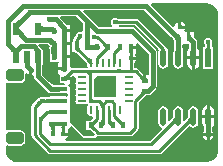
<source format=gtl>
G04*
G04 #@! TF.GenerationSoftware,Altium Limited,Altium Designer,18.1.9 (240)*
G04*
G04 Layer_Physical_Order=1*
G04 Layer_Color=255*
%FSLAX25Y25*%
%MOIN*%
G70*
G01*
G75*
%ADD17R,0.01968X0.05906*%
%ADD18O,0.01968X0.05906*%
%ADD19R,0.01968X0.03937*%
G04:AMPARAMS|DCode=20|XSize=39.37mil|YSize=59.06mil|CornerRadius=9.84mil|HoleSize=0mil|Usage=FLASHONLY|Rotation=90.000|XOffset=0mil|YOffset=0mil|HoleType=Round|Shape=RoundedRectangle|*
%AMROUNDEDRECTD20*
21,1,0.03937,0.03937,0,0,90.0*
21,1,0.01968,0.05906,0,0,90.0*
1,1,0.01968,0.01968,0.00984*
1,1,0.01968,0.01968,-0.00984*
1,1,0.01968,-0.01968,-0.00984*
1,1,0.01968,-0.01968,0.00984*
%
%ADD20ROUNDEDRECTD20*%
G04:AMPARAMS|DCode=21|XSize=15.75mil|YSize=59.06mil|CornerRadius=3.94mil|HoleSize=0mil|Usage=FLASHONLY|Rotation=270.000|XOffset=0mil|YOffset=0mil|HoleType=Round|Shape=RoundedRectangle|*
%AMROUNDEDRECTD21*
21,1,0.01575,0.05118,0,0,270.0*
21,1,0.00787,0.05906,0,0,270.0*
1,1,0.00787,-0.02559,-0.00394*
1,1,0.00787,-0.02559,0.00394*
1,1,0.00787,0.02559,0.00394*
1,1,0.00787,0.02559,-0.00394*
%
%ADD21ROUNDEDRECTD21*%
%ADD22R,0.01575X0.01968*%
%ADD23O,0.00984X0.03150*%
%ADD24O,0.03150X0.00984*%
%ADD25R,0.03150X0.00984*%
%ADD26R,0.03937X0.03937*%
%ADD27R,0.01968X0.01575*%
%ADD39C,0.01500*%
%ADD40C,0.01000*%
%ADD41C,0.01600*%
G36*
X356508Y305122D02*
X356528Y305117D01*
X356557Y305113D01*
X356642Y305107D01*
X356918Y305100D01*
X357009Y305100D01*
X357173Y304100D01*
X357083Y304099D01*
X356803Y304079D01*
X356753Y304070D01*
X356712Y304059D01*
X356679Y304046D01*
X356654Y304032D01*
X356637Y304016D01*
X356497Y305127D01*
X356508Y305122D01*
D02*
G37*
G36*
X345374Y304320D02*
Y301456D01*
X344873Y301153D01*
X344500Y301227D01*
X343954Y301119D01*
X343491Y300809D01*
X343181Y300346D01*
X343128Y300078D01*
X342954Y299880D01*
X342903Y299829D01*
X342876Y299762D01*
X342436Y299322D01*
X342193Y298958D01*
X342107Y298529D01*
X342107Y298529D01*
Y298254D01*
X342079Y298192D01*
X342069Y297852D01*
X342063Y297785D01*
X341841D01*
Y297263D01*
X341804Y297173D01*
X341828Y297113D01*
X341815Y297051D01*
X341841Y297011D01*
Y295360D01*
X341808Y295299D01*
X341813Y295280D01*
X341805Y295263D01*
X341841Y295159D01*
Y294616D01*
X342321D01*
X342383Y294583D01*
X342401Y294588D01*
X342419Y294580D01*
X342518Y294574D01*
X342587Y294563D01*
X342662Y294544D01*
X342743Y294514D01*
X342831Y294473D01*
X342926Y294420D01*
X343020Y294357D01*
X343255Y294167D01*
X343377Y294051D01*
X343441Y294026D01*
X346288Y291179D01*
X346313Y291115D01*
X346451Y290970D01*
X346561Y290843D01*
X346652Y290725D01*
X346724Y290617D01*
X346778Y290520D01*
X346816Y290436D01*
X346840Y290365D01*
X346852Y290308D01*
X346856Y290263D01*
X346852Y290180D01*
X346865Y290145D01*
Y289991D01*
X346916Y289734D01*
X346917Y289714D01*
X346665Y289327D01*
X346564Y289243D01*
X341639D01*
X341639Y289243D01*
X341156Y289656D01*
Y290787D01*
X341156D01*
X340959Y291016D01*
Y292500D01*
X339172D01*
Y293500D01*
X340959D01*
Y294984D01*
X340959D01*
X340959Y295316D01*
X340959Y295316D01*
Y296800D01*
X339172D01*
Y297800D01*
X340959D01*
Y299284D01*
X340959D01*
X340959Y299616D01*
X340959Y299616D01*
Y301100D01*
X339172D01*
Y302100D01*
X340959D01*
Y303584D01*
X340223D01*
X340145Y303702D01*
X340145Y303702D01*
X337773Y306073D01*
X337980Y306574D01*
X343120D01*
X345374Y304320D01*
D02*
G37*
G36*
X334853Y302573D02*
X334865Y300749D01*
X334849Y300891D01*
X334803Y301019D01*
X334727Y301131D01*
X334621Y301229D01*
X334485Y301311D01*
X334319Y301379D01*
X334122Y301431D01*
X333896Y301469D01*
X333640Y301491D01*
X333353Y301499D01*
Y302999D01*
X334853Y302573D01*
D02*
G37*
G36*
X331416Y303606D02*
X331461Y303479D01*
X331537Y303366D01*
X331642Y303269D01*
X331778Y303186D01*
X331945Y303119D01*
X332141Y303066D01*
X332368Y303029D01*
X332625Y303006D01*
X332912Y302999D01*
Y301499D01*
X332625Y301491D01*
X332368Y301469D01*
X332141Y301431D01*
X331945Y301379D01*
X331778Y301311D01*
X331642Y301229D01*
X331537Y301131D01*
X331461Y301019D01*
X331416Y300891D01*
X331400Y300749D01*
Y303749D01*
X331416Y303606D01*
D02*
G37*
G36*
X324993Y304232D02*
X324699Y303928D01*
X324237Y303381D01*
X324069Y303138D01*
X323942Y302916D01*
X323911Y302843D01*
X323957Y302689D01*
X324048Y302483D01*
X324172Y302265D01*
X324328Y302035D01*
X324517Y301794D01*
X324739Y301541D01*
X324993Y301277D01*
X324916Y299232D01*
X324564Y299574D01*
X323952Y300102D01*
X323693Y300287D01*
X323465Y300421D01*
X323269Y300502D01*
X323103Y300531D01*
X322969Y300507D01*
X322867Y300432D01*
X322795Y300304D01*
X323587Y302482D01*
X321988Y304205D01*
X322161Y304216D01*
X322339Y304248D01*
X322520Y304301D01*
X322706Y304375D01*
X322896Y304470D01*
X323089Y304587D01*
X323287Y304725D01*
X323489Y304884D01*
X323905Y305266D01*
X324993Y304232D01*
D02*
G37*
G36*
X344492Y299000D02*
X344473Y298997D01*
X344448Y298987D01*
X344419Y298970D01*
X344385Y298947D01*
X344345Y298917D01*
X344251Y298836D01*
X344073Y298665D01*
X343366Y299373D01*
X343429Y299437D01*
X343647Y299685D01*
X343670Y299719D01*
X343687Y299748D01*
X343697Y299773D01*
X343700Y299792D01*
X344492Y299000D01*
D02*
G37*
G36*
X339942Y300613D02*
X339938Y300568D01*
X339931Y300388D01*
X339925Y299579D01*
X339947Y298272D01*
X338396D01*
X338401Y298287D01*
X338405Y298332D01*
X338412Y298512D01*
X338418Y299321D01*
X338396Y300628D01*
X339947D01*
X339942Y300613D01*
D02*
G37*
G36*
X343731Y297983D02*
X343754Y297663D01*
X343773Y297533D01*
X343797Y297423D01*
X343828Y297333D01*
X343864Y297263D01*
X343905Y297213D01*
X343952Y297183D01*
X344004Y297173D01*
X342453D01*
X342506Y297183D01*
X342552Y297213D01*
X342594Y297263D01*
X342630Y297333D01*
X342660Y297423D01*
X342685Y297533D01*
X342704Y297663D01*
X342718Y297813D01*
X342729Y298173D01*
X343729D01*
X343731Y297983D01*
D02*
G37*
G36*
X376265Y301207D02*
X376659Y300867D01*
X376845Y300729D01*
X377024Y300613D01*
X377195Y300517D01*
X377358Y300443D01*
X377514Y300390D01*
X377663Y300358D01*
X377804Y300348D01*
X376253Y298403D01*
X377804D01*
X377813Y298388D01*
X377821Y298343D01*
X377828Y298268D01*
X377843Y297863D01*
X377850Y296903D01*
X376350D01*
X376349Y297188D01*
X376272Y298388D01*
X376253Y298403D01*
X376243Y298544D01*
X376211Y298693D01*
X376158Y298849D01*
X376084Y299013D01*
X375988Y299184D01*
X375871Y299362D01*
X375734Y299548D01*
X375394Y299942D01*
X375193Y300151D01*
X376056Y301408D01*
X376265Y301207D01*
D02*
G37*
G36*
X334964Y299028D02*
X335836Y298267D01*
X335880Y298252D01*
X335905Y298261D01*
X334865Y296827D01*
X334868Y296858D01*
X334846Y296910D01*
X334800Y296982D01*
X334729Y297076D01*
X334515Y297326D01*
X333793Y298076D01*
X334759Y299230D01*
X334964Y299028D01*
D02*
G37*
G36*
X358271Y295240D02*
X358203Y295304D01*
X358119Y295338D01*
X358018Y295342D01*
X357901Y295315D01*
X357768Y295258D01*
X357618Y295171D01*
X357452Y295054D01*
X357270Y294907D01*
X356856Y294521D01*
X356346Y295425D01*
X356537Y295622D01*
X356838Y295980D01*
X356950Y296140D01*
X357035Y296287D01*
X357094Y296423D01*
X357126Y296545D01*
X357132Y296656D01*
X357112Y296754D01*
X357065Y296839D01*
X358271Y295240D01*
D02*
G37*
G36*
X352789Y297671D02*
X353170Y297346D01*
X353336Y297229D01*
X353485Y297142D01*
X353619Y297085D01*
X353736Y297059D01*
X353836Y297062D01*
X353921Y297096D01*
X353988Y297160D01*
X353265Y296200D01*
X353988Y295240D01*
X353921Y295304D01*
X353836Y295338D01*
X353736Y295341D01*
X353619Y295315D01*
X353485Y295258D01*
X353336Y295171D01*
X353170Y295054D01*
X352988Y294906D01*
X352574Y294521D01*
X352064Y295425D01*
X352254Y295622D01*
X352556Y295979D01*
X352668Y296139D01*
X352702Y296200D01*
X352668Y296261D01*
X352556Y296421D01*
X352418Y296593D01*
X352064Y296975D01*
X352574Y297879D01*
X352789Y297671D01*
D02*
G37*
G36*
X347498Y298388D02*
X347427Y297308D01*
X347404Y297233D01*
X347379Y297188D01*
X347351Y297173D01*
X347365Y297130D01*
X347410Y297093D01*
X347485Y297059D01*
X347590Y297030D01*
X347726Y297006D01*
X347890Y296986D01*
X348310Y296959D01*
X348314Y296959D01*
X349050Y297006D01*
X349185Y297030D01*
X349290Y297059D01*
X349365Y297092D01*
X349410Y297130D01*
X349425Y297172D01*
Y295228D01*
X349410Y295270D01*
X349365Y295308D01*
X349290Y295341D01*
X349185Y295370D01*
X349050Y295395D01*
X348885Y295415D01*
X348465Y295441D01*
X348461Y295442D01*
X347726Y295395D01*
X347590Y295370D01*
X347485Y295341D01*
X347410Y295308D01*
X347365Y295270D01*
X347351Y295228D01*
Y297173D01*
X345800D01*
X345838Y297188D01*
X345872Y297233D01*
X345902Y297308D01*
X345928Y297413D01*
X345950Y297548D01*
X345968Y297713D01*
X345998Y298388D01*
X346000Y298673D01*
X347500D01*
X347498Y298388D01*
D02*
G37*
G36*
X372105Y296299D02*
X373078Y295185D01*
X373042Y295176D01*
X372950Y295219D01*
X372801Y295312D01*
X371239Y295050D01*
X371343Y295079D01*
X371416Y295126D01*
X371458Y295190D01*
X371468Y295272D01*
X371446Y295371D01*
X371392Y295488D01*
X371307Y295623D01*
X371190Y295775D01*
X371041Y295945D01*
X370861Y296132D01*
X371744Y296663D01*
X372105Y296299D01*
D02*
G37*
G36*
X382852Y296451D02*
X382931Y295252D01*
X382956Y295140D01*
X382984Y295053D01*
X383016Y294990D01*
X381184D01*
X381216Y295053D01*
X381244Y295140D01*
X381269Y295252D01*
X381290Y295389D01*
X381324Y295739D01*
X381348Y296451D01*
X381350Y296739D01*
X382850D01*
X382852Y296451D01*
D02*
G37*
G36*
X377852D02*
X377931Y295252D01*
X377956Y295140D01*
X377984Y295053D01*
X378016Y294990D01*
X376184D01*
X376216Y295053D01*
X376244Y295140D01*
X376269Y295252D01*
X376290Y295389D01*
X376324Y295739D01*
X376348Y296451D01*
X376350Y296739D01*
X377850D01*
X377852Y296451D01*
D02*
G37*
G36*
X343930Y296393D02*
X343897Y296307D01*
X343895Y296206D01*
X343922Y296088D01*
X343979Y295955D01*
X344066Y295805D01*
X344182Y295640D01*
X344329Y295459D01*
X344711Y295049D01*
X343825Y294521D01*
X343684Y294655D01*
X343404Y294882D01*
X343266Y294973D01*
X343128Y295051D01*
X342992Y295115D01*
X342856Y295164D01*
X342721Y295200D01*
X342587Y295221D01*
X342453Y295228D01*
X343992Y296463D01*
X343930Y296393D01*
D02*
G37*
G36*
X362095Y295218D02*
X362048Y295188D01*
X362007Y295138D01*
X361971Y295068D01*
X361941Y294978D01*
X361916Y294868D01*
X361896Y294738D01*
X361883Y294588D01*
X361872Y294228D01*
X360872D01*
X360869Y294418D01*
X360847Y294738D01*
X360828Y294868D01*
X360803Y294978D01*
X360772Y295068D01*
X360737Y295138D01*
X360695Y295188D01*
X360649Y295218D01*
X360596Y295228D01*
X362147D01*
X362095Y295218D01*
D02*
G37*
G36*
X336399Y296313D02*
X336395Y296268D01*
X336388Y296088D01*
X336382Y295279D01*
X336404Y293973D01*
X334853D01*
X334858Y293988D01*
X334862Y294033D01*
X334870Y294213D01*
X334875Y295021D01*
X334853Y296328D01*
X336404D01*
X336399Y296313D01*
D02*
G37*
G36*
X339942Y296313D02*
X339938Y296268D01*
X339931Y296088D01*
X339925Y295279D01*
X339947Y293972D01*
X338396D01*
X338401Y293987D01*
X338405Y294032D01*
X338412Y294212D01*
X338418Y295021D01*
X338396Y296328D01*
X339947D01*
X339942Y296313D01*
D02*
G37*
G36*
X323932Y294757D02*
X321988Y293541D01*
X322094Y293636D01*
X322154Y293757D01*
X322166Y293903D01*
X322131Y294076D01*
X322049Y294275D01*
X321919Y294501D01*
X321742Y294752D01*
X321518Y295029D01*
X320927Y295662D01*
X322363Y296347D01*
X323932Y294757D01*
D02*
G37*
G36*
X387645Y310652D02*
X388573Y310267D01*
X389370Y309656D01*
X389981Y308859D01*
X390365Y307932D01*
X390474Y307104D01*
X390474Y307104D01*
X390474D01*
X390478Y307100D01*
Y261817D01*
X390352Y260855D01*
X389967Y259927D01*
X389356Y259131D01*
X388560Y258519D01*
X387632Y258135D01*
X386804Y258026D01*
X386804Y258026D01*
Y258026D01*
X386333Y257922D01*
X323456Y257922D01*
X323440Y257919D01*
X322455Y258048D01*
X321527Y258433D01*
X320730Y259044D01*
X320119Y259840D01*
X319735Y260768D01*
X319626Y261596D01*
X319626Y261596D01*
X319626D01*
X319621Y261600D01*
Y263161D01*
X320122Y263433D01*
X320632Y263332D01*
X324569D01*
X325187Y263455D01*
X325711Y263805D01*
X326061Y264329D01*
X326184Y264947D01*
Y266916D01*
X326061Y267534D01*
X325711Y268058D01*
X325187Y268408D01*
X324569Y268531D01*
X320632D01*
X320122Y268430D01*
X319621Y268702D01*
Y284098D01*
X320122Y284370D01*
X320632Y284269D01*
X324569D01*
X325187Y284392D01*
X325711Y284742D01*
X326061Y285266D01*
X326184Y285884D01*
Y287278D01*
X326684Y287430D01*
X326702Y287402D01*
X327298Y287004D01*
X327500Y286964D01*
Y288700D01*
X328500D01*
Y286964D01*
X328564Y286977D01*
X329064Y286690D01*
Y286460D01*
X329169Y285933D01*
X329467Y285487D01*
X332033Y282920D01*
X332039Y282895D01*
X332091Y282863D01*
X332115Y282806D01*
X333337Y281610D01*
X333348Y281606D01*
X333352Y281602D01*
X333356Y281592D01*
X333408Y281546D01*
X333621Y281332D01*
X333823Y281197D01*
X333824Y281195D01*
X334153Y280976D01*
X334541Y280899D01*
X339659D01*
X339851Y280937D01*
X340351Y280623D01*
Y280051D01*
X339851Y279737D01*
X339659Y279775D01*
X334541D01*
X334434Y279754D01*
X334392Y279771D01*
X334274Y279722D01*
X334153Y279698D01*
X334143Y279692D01*
X334058Y279679D01*
X334004Y279646D01*
X333964Y279627D01*
X333912Y279607D01*
X333845Y279587D01*
X333765Y279568D01*
X333685Y279553D01*
X333303Y279520D01*
X333163Y279518D01*
X333099Y279490D01*
X332719D01*
X332656Y279518D01*
X332361Y279524D01*
X332291Y279529D01*
X332288Y279529D01*
X332277Y279531D01*
X332146Y279619D01*
X331600Y279727D01*
X331054Y279619D01*
X330591Y279309D01*
X330505Y279181D01*
X330475Y279162D01*
X330061Y278748D01*
X329749Y278473D01*
X329742Y278459D01*
X329729Y278454D01*
X329698Y278384D01*
X328507Y277193D01*
X328264Y276829D01*
X328178Y276400D01*
X328179Y276400D01*
Y266837D01*
X328178Y266837D01*
X328264Y266408D01*
X328507Y266044D01*
X333644Y260907D01*
X333644Y260907D01*
X334008Y260664D01*
X334437Y260578D01*
X370843D01*
X370843Y260578D01*
X371272Y260664D01*
X371636Y260907D01*
X380444Y269715D01*
X380958Y269847D01*
X381482Y269497D01*
X382100Y269374D01*
X382718Y269497D01*
X383242Y269847D01*
X383592Y270371D01*
X383715Y270989D01*
Y274926D01*
X383592Y275544D01*
X383242Y276068D01*
X382718Y276418D01*
X382100Y276541D01*
X381482Y276418D01*
X380958Y276068D01*
X380608Y275544D01*
X380485Y274926D01*
Y273429D01*
X380471Y273399D01*
X380469Y273299D01*
X380459Y273230D01*
X380440Y273155D01*
X380411Y273073D01*
X380370Y272982D01*
X380315Y272884D01*
X380246Y272779D01*
X380160Y272667D01*
X380059Y272548D01*
X379931Y272414D01*
X379907Y272350D01*
X379177Y271621D01*
X378715Y271812D01*
Y274926D01*
X378592Y275544D01*
X378242Y276068D01*
X377718Y276418D01*
X377100Y276541D01*
X376482Y276418D01*
X375958Y276068D01*
X375608Y275544D01*
X375485Y274926D01*
Y273429D01*
X375471Y273399D01*
X375469Y273299D01*
X375459Y273230D01*
X375441Y273155D01*
X375411Y273073D01*
X375370Y272982D01*
X375315Y272884D01*
X375246Y272779D01*
X375161Y272667D01*
X375059Y272548D01*
X374931Y272414D01*
X374907Y272350D01*
X374177Y271621D01*
X373715Y271812D01*
Y274926D01*
X373592Y275544D01*
X373242Y276068D01*
X372718Y276418D01*
X372100Y276541D01*
X371482Y276418D01*
X370958Y276068D01*
X370608Y275544D01*
X370485Y274926D01*
Y270989D01*
X370608Y270371D01*
X370958Y269847D01*
X371400Y269551D01*
X371565Y269009D01*
X367578Y265021D01*
X339727D01*
X339522Y265484D01*
X339528Y265522D01*
X340098Y265902D01*
X340496Y266498D01*
X340536Y266700D01*
X338800D01*
Y267700D01*
X340536D01*
X340496Y267902D01*
X340240Y268285D01*
X340232Y268386D01*
X340340Y268849D01*
X340380Y268906D01*
X340664Y269096D01*
X340972Y269557D01*
X340996Y269678D01*
X341539Y269843D01*
X345241Y266141D01*
X345700Y265951D01*
X349135D01*
X349254Y266000D01*
X349384D01*
X349475Y266091D01*
X349594Y266141D01*
X349624Y266213D01*
X349958Y266551D01*
X349999Y266564D01*
X350428Y266478D01*
X361200D01*
X361200Y266478D01*
X361629Y266564D01*
X361993Y266807D01*
X363572Y268386D01*
X363572Y268386D01*
X363815Y268749D01*
X363900Y269179D01*
X363900Y269179D01*
Y277814D01*
X365287Y279201D01*
X365353Y279227D01*
X365775Y279642D01*
X366031Y279879D01*
X366168Y279989D01*
X366288Y280072D01*
X366358Y280113D01*
X366655D01*
X366729Y280094D01*
X366762Y280113D01*
X367584D01*
Y280267D01*
X367973Y280527D01*
X369573Y282127D01*
X369872Y282573D01*
X369976Y283100D01*
Y294700D01*
X369872Y295227D01*
X369573Y295673D01*
X362723Y302523D01*
X362277Y302822D01*
X361750Y302926D01*
X357560D01*
X357559Y302927D01*
X357364Y303427D01*
X357420Y303479D01*
X362635D01*
X370302Y295812D01*
X370304Y295798D01*
X370351Y295763D01*
X370368Y295746D01*
X370393Y295682D01*
X370674Y295371D01*
X370667Y295318D01*
X370608Y295229D01*
X370485Y294611D01*
Y290674D01*
X370608Y290056D01*
X370958Y289532D01*
X371482Y289182D01*
X372100Y289059D01*
X372718Y289182D01*
X373242Y289532D01*
X373592Y290056D01*
X373715Y290674D01*
Y294611D01*
X373648Y294951D01*
X373655Y294998D01*
X373726Y295141D01*
X373695Y295234D01*
X373711Y295331D01*
X373618Y295461D01*
X373567Y295612D01*
X372919Y296355D01*
X372893Y296393D01*
X372893Y296393D01*
X372831Y296455D01*
X372594Y296726D01*
X372574Y296736D01*
X372566Y296757D01*
X372206Y297120D01*
X372138Y297148D01*
X363893Y305393D01*
X363529Y305636D01*
X363100Y305722D01*
X363100Y305721D01*
X357078D01*
X357011Y305749D01*
X356926Y305750D01*
X356675Y305756D01*
X356636Y305759D01*
X356546Y305819D01*
X356000Y305927D01*
X355454Y305819D01*
X354991Y305509D01*
X354681Y305046D01*
X354573Y304500D01*
X354681Y303954D01*
X354991Y303491D01*
X355087Y303427D01*
X354935Y302926D01*
X350661D01*
X345375Y308212D01*
X345567Y308674D01*
X365784D01*
X374705Y299753D01*
X374726Y299699D01*
X374914Y299505D01*
X375226Y299142D01*
X375338Y298991D01*
X375432Y298847D01*
X375503Y298720D01*
X375553Y298610D01*
X375584Y298520D01*
X375598Y298451D01*
X375606Y298355D01*
X375610Y298346D01*
X375607Y298338D01*
X375609Y298334D01*
X375608Y298330D01*
X375627Y298296D01*
X375641Y298072D01*
Y297791D01*
X375659D01*
X375700Y297166D01*
X375701Y296901D01*
X375724Y296846D01*
Y296797D01*
X375701Y296742D01*
X375699Y296464D01*
X375675Y295781D01*
X375646Y295470D01*
X375630Y295373D01*
X375617Y295310D01*
X375613Y295301D01*
X375605Y295284D01*
X375604Y295271D01*
X375598Y295252D01*
X375600Y295222D01*
X375596Y295172D01*
X375584Y295109D01*
X375535Y294990D01*
X375552Y294949D01*
X375485Y294611D01*
Y290674D01*
X375608Y290056D01*
X375958Y289532D01*
X376482Y289182D01*
X377100Y289059D01*
X377718Y289182D01*
X378242Y289532D01*
X378592Y290056D01*
X378715Y290674D01*
Y294611D01*
X378648Y294949D01*
X378665Y294990D01*
X378616Y295109D01*
X378604Y295172D01*
X378600Y295222D01*
X378602Y295252D01*
X378596Y295271D01*
X378595Y295284D01*
X378587Y295301D01*
X378584Y295310D01*
X378576Y295344D01*
X378501Y296474D01*
X378499Y296742D01*
X378477Y296797D01*
Y296848D01*
X378499Y296903D01*
X378498Y296906D01*
X378499Y296908D01*
X378499Y297009D01*
X378996Y297391D01*
X380530D01*
X380724Y297223D01*
Y296797D01*
X380701Y296742D01*
X380699Y296464D01*
X380685Y296052D01*
X380669Y296042D01*
X380231Y295385D01*
X380077Y294611D01*
Y293143D01*
X384123D01*
Y294611D01*
X383969Y295385D01*
X383531Y296042D01*
X383530Y296042D01*
X383501Y296474D01*
X383499Y296742D01*
X383476Y296797D01*
Y297847D01*
X383372Y298374D01*
X383073Y298820D01*
X383073Y298820D01*
X382896Y298997D01*
X382876Y299050D01*
X382441Y299501D01*
X382359Y299597D01*
Y301359D01*
X381072D01*
Y299762D01*
X381335Y300106D01*
X381312Y300046D01*
X381318Y299967D01*
X381353Y299867D01*
X381416Y299747D01*
X381509Y299607D01*
X381631Y299446D01*
X381961Y299063D01*
X382408Y298600D01*
X381544Y297342D01*
X381292Y297590D01*
X380508Y298269D01*
X380369Y298361D01*
X380253Y298421D01*
X380158Y298450D01*
X380087Y298448D01*
X380038Y298415D01*
X380775Y299375D01*
X380072D01*
Y301359D01*
X379437D01*
X379170Y301859D01*
X379396Y302198D01*
X379436Y302400D01*
X377700D01*
Y302900D01*
X377200D01*
Y304636D01*
X376998Y304596D01*
X376402Y304198D01*
X376004Y303602D01*
X375913Y303145D01*
X375380Y302971D01*
X368034Y310316D01*
X368226Y310778D01*
X386649D01*
X386663Y310781D01*
X387645Y310652D01*
D02*
G37*
G36*
X346920Y292846D02*
X347035Y292751D01*
X347145Y292673D01*
X347251Y292612D01*
X347352Y292568D01*
X347449Y292542D01*
X347541Y292533D01*
X347629Y292541D01*
X347712Y292566D01*
X347791Y292609D01*
X347501Y290149D01*
X347507Y290275D01*
X347496Y290405D01*
X347467Y290538D01*
X347421Y290674D01*
X347358Y290814D01*
X347277Y290957D01*
X347180Y291103D01*
X347064Y291253D01*
X346932Y291407D01*
X346782Y291564D01*
X346801Y292959D01*
X346920Y292846D01*
D02*
G37*
G36*
X327526Y290847D02*
X327510Y290821D01*
X327496Y290778D01*
X327484Y290719D01*
X327473Y290642D01*
X327458Y290436D01*
X327450Y290000D01*
X325950D01*
X325949Y290162D01*
X325916Y290719D01*
X325904Y290778D01*
X325890Y290821D01*
X325874Y290847D01*
X325856Y290856D01*
X327543D01*
X327526Y290847D01*
D02*
G37*
G36*
X339942Y292013D02*
X339938Y291968D01*
X339931Y291788D01*
X339925Y290974D01*
X339977Y290150D01*
X340002Y290015D01*
X340031Y289910D01*
X340064Y289835D01*
X340102Y289790D01*
X340144Y289775D01*
X338199D01*
X338242Y289790D01*
X338279Y289835D01*
X338313Y289910D01*
X338342Y290015D01*
X338366Y290150D01*
X338386Y290315D01*
X338413Y290735D01*
X338415Y290896D01*
X338396Y292028D01*
X339947D01*
X339942Y292013D01*
D02*
G37*
G36*
X331370Y290828D02*
X331332Y290784D01*
X331299Y290708D01*
X331270Y290603D01*
X331246Y290469D01*
X331226Y290303D01*
X331199Y289883D01*
X331190Y289344D01*
X329690D01*
X329688Y289629D01*
X329635Y290469D01*
X329610Y290603D01*
X329581Y290708D01*
X329548Y290784D01*
X329510Y290828D01*
X329468Y290844D01*
X331412D01*
X331370Y290828D01*
D02*
G37*
G36*
X349086Y287621D02*
X348731Y287616D01*
X348467Y287600D01*
X348369Y287589D01*
X348293Y287574D01*
X348240Y287557D01*
X348210Y287538D01*
X348202Y287515D01*
X348217Y287491D01*
X347379Y286914D01*
X347234Y287049D01*
X347084Y287169D01*
X346928Y287275D01*
X346766Y287367D01*
X346598Y287444D01*
X346425Y287508D01*
X346245Y287558D01*
X346060Y287593D01*
X345869Y287614D01*
X345672Y287621D01*
X346879Y288621D01*
X349086Y287621D01*
D02*
G37*
G36*
X340851Y286626D02*
X340643Y286411D01*
X340423Y286154D01*
X341298D01*
X341318Y286174D01*
X341343Y286239D01*
X341390Y286286D01*
X341417Y286307D01*
X341417Y286313D01*
X341951Y286847D01*
X342028Y286815D01*
X342451Y286629D01*
X342451D01*
X342830Y286153D01*
X342915Y285727D01*
X343156Y285365D01*
Y284972D01*
X342915Y284610D01*
X342830Y284184D01*
X342915Y283758D01*
X343156Y283397D01*
Y283003D01*
X342915Y282642D01*
X342830Y282216D01*
X342915Y281790D01*
X343156Y281428D01*
Y281035D01*
X342915Y280673D01*
X342830Y280247D01*
X342915Y279821D01*
X343156Y279460D01*
Y279066D01*
X342915Y278705D01*
X342830Y278279D01*
X342915Y277853D01*
X343156Y277491D01*
X343517Y277250D01*
X343943Y277165D01*
X346109D01*
X346535Y277250D01*
X346721Y277374D01*
X346902Y277102D01*
X347059Y276998D01*
X346950Y276835D01*
X346865Y276409D01*
Y274243D01*
X346950Y273817D01*
X347191Y273456D01*
X347553Y273215D01*
X347979Y273130D01*
X348233Y273180D01*
X348672Y272875D01*
X348694Y272451D01*
X348588Y272346D01*
X348581Y272345D01*
X348561Y272318D01*
X348520Y272277D01*
X348458Y272254D01*
X348061Y271884D01*
X347913Y271764D01*
X347799Y271684D01*
X347609D01*
X347577Y271703D01*
X347521Y271689D01*
X347468Y271709D01*
X347412Y271684D01*
X346541D01*
Y268516D01*
X347412D01*
X347468Y268491D01*
X347521Y268511D01*
X347577Y268497D01*
X347609Y268516D01*
X347799D01*
X347906Y268441D01*
X348249Y268148D01*
X348449Y267954D01*
X348514Y267928D01*
X348561Y267882D01*
X348581Y267855D01*
X348588Y267854D01*
X349342Y267100D01*
X349135Y266600D01*
X345700D01*
X340900Y271400D01*
X341000Y271500D01*
Y282900D01*
X340496Y283404D01*
X340687Y283866D01*
X341156D01*
Y285154D01*
X339172D01*
Y285935D01*
X338533Y286417D01*
X338618Y286370D01*
X338716Y286350D01*
X338827Y286356D01*
X338949Y286389D01*
X339085Y286447D01*
X339232Y286532D01*
X339392Y286644D01*
X339565Y286782D01*
X339947Y287136D01*
X340851Y286626D01*
D02*
G37*
G36*
X367224Y293877D02*
Y286830D01*
X366500D01*
Y285749D01*
X366554Y285760D01*
X366639Y285806D01*
X366500Y285702D01*
Y285043D01*
X365626D01*
X365040Y284601D01*
X365104Y284669D01*
X365138Y284753D01*
X365142Y284854D01*
X365115Y284971D01*
X365058Y285104D01*
X364971Y285254D01*
X364854Y285420D01*
X364707Y285602D01*
X364321Y286015D01*
X365225Y286526D01*
X365422Y286335D01*
X365500Y286269D01*
Y287129D01*
X363715Y288914D01*
X363351Y289157D01*
X362922Y289243D01*
X362922Y289243D01*
X362864D01*
X362493Y289491D01*
Y291066D01*
X362698Y291202D01*
X363096Y291798D01*
X363136Y292000D01*
X361400D01*
Y293000D01*
X363136D01*
X363096Y293202D01*
X362753Y293716D01*
X362845Y294022D01*
X362972Y294216D01*
X363159D01*
Y295700D01*
X361372D01*
Y296700D01*
X363159D01*
Y297288D01*
X363621Y297479D01*
X367224Y293877D01*
D02*
G37*
G36*
X334034Y296888D02*
X334223Y296668D01*
X334241Y296644D01*
Y296418D01*
X334204Y296328D01*
X334206Y296323D01*
X334204Y296317D01*
X334226Y295018D01*
X334220Y294228D01*
X334214Y294076D01*
X334212Y294050D01*
X334222Y294016D01*
X334204Y293973D01*
X334241Y293882D01*
Y291416D01*
X337016D01*
X337384Y291098D01*
X337187Y290787D01*
X337187Y290787D01*
X337187Y290787D01*
Y289500D01*
X339172D01*
Y288500D01*
X337187D01*
Y287213D01*
X337587Y287041D01*
Y284266D01*
X339106D01*
X339406Y283766D01*
X339377Y283712D01*
X336036D01*
X336025Y283719D01*
X335998Y283712D01*
X335375D01*
X335229Y283796D01*
X335037Y283929D01*
X334542Y284347D01*
X334262Y284616D01*
X334209Y284637D01*
X331817Y287030D01*
Y289280D01*
X331839Y289333D01*
X331848Y289858D01*
X331872Y290231D01*
X332024D01*
Y290753D01*
X332062Y290844D01*
X332024Y290934D01*
Y295369D01*
X331735D01*
X331712Y295487D01*
X331414Y295933D01*
X331413Y295933D01*
X330485Y296862D01*
X330676Y297323D01*
X333615D01*
X334034Y296888D01*
D02*
G37*
G36*
X334107Y283864D02*
X334642Y283413D01*
X334882Y283247D01*
X335103Y283120D01*
X335306Y283032D01*
X335490Y282984D01*
X335656Y282976D01*
X335804Y283006D01*
X335933Y283076D01*
X334181Y281763D01*
X334170Y281754D01*
X334125Y281781D01*
X334047Y281844D01*
X333791Y282074D01*
X332569Y283270D01*
X333812Y284149D01*
X334107Y283864D01*
D02*
G37*
G36*
X366639Y280737D02*
X366553Y280783D01*
X366455Y280803D01*
X366345Y280797D01*
X366222Y280765D01*
X366087Y280706D01*
X365939Y280621D01*
X365779Y280510D01*
X365607Y280372D01*
X365326Y280112D01*
X364898Y279691D01*
X364191Y280398D01*
X364582Y280805D01*
X364854Y281123D01*
X364971Y281289D01*
X365058Y281439D01*
X365115Y281572D01*
X365142Y281689D01*
X365138Y281790D01*
X365104Y281874D01*
X365040Y281942D01*
X366639Y280737D01*
D02*
G37*
G36*
X356500Y279500D02*
X349200Y279500D01*
X349200Y285600D01*
X350100Y286500D01*
X356500D01*
X356500Y279500D01*
D02*
G37*
G36*
X332135Y278900D02*
X332156Y278893D01*
X332187Y278887D01*
X332226Y278882D01*
X332330Y278875D01*
X332643Y278869D01*
X332754Y277869D01*
X332663Y277868D01*
X332383Y277849D01*
X332334Y277841D01*
X332292Y277831D01*
X332259Y277819D01*
X332234Y277806D01*
X332217Y277791D01*
X332121Y278907D01*
X332135Y278900D01*
D02*
G37*
G36*
X334392Y277615D02*
X334312Y277663D01*
X334222Y277706D01*
X334123Y277744D01*
X334015Y277777D01*
X333898Y277805D01*
X333771Y277828D01*
X333490Y277858D01*
X333336Y277866D01*
X333173Y277869D01*
Y278869D01*
X333336Y278871D01*
X333771Y278909D01*
X333898Y278932D01*
X334015Y278960D01*
X334123Y278993D01*
X334222Y279031D01*
X334312Y279074D01*
X334392Y279122D01*
Y277615D01*
D02*
G37*
G36*
X331310Y277554D02*
X331286Y277559D01*
X331258Y277556D01*
X331225Y277546D01*
X331188Y277528D01*
X331146Y277502D01*
X331100Y277469D01*
X331049Y277429D01*
X330934Y277326D01*
X330870Y277263D01*
X330178Y277985D01*
X330849Y278575D01*
X331310Y277554D01*
D02*
G37*
G36*
X351916Y276984D02*
X352416D01*
X351416Y275777D01*
X351409Y275974D01*
X351388Y276165D01*
X351352Y276351D01*
X351303Y276530D01*
X351239Y276704D01*
X351161Y276872D01*
X351069Y277034D01*
X350963Y277190D01*
X350843Y277340D01*
X350709Y277484D01*
X351916Y276984D01*
D02*
G37*
G36*
X334266Y273763D02*
X334236Y273795D01*
X334192Y273823D01*
X334134Y273849D01*
X334062Y273871D01*
X333976Y273889D01*
X333875Y273904D01*
X333632Y273925D01*
X333331Y273932D01*
Y274932D01*
X333489Y274933D01*
X333875Y274958D01*
X333976Y274974D01*
X334062Y274992D01*
X334134Y275014D01*
X334192Y275040D01*
X334236Y275068D01*
X334266Y275100D01*
Y273763D01*
D02*
G37*
G36*
X332520Y272913D02*
X332457Y272849D01*
X332272Y272638D01*
X332243Y272596D01*
X332221Y272560D01*
X332206Y272528D01*
X332198Y272501D01*
X332196Y272479D01*
X331337Y273198D01*
X331352Y273202D01*
X331371Y273213D01*
X331397Y273230D01*
X331428Y273254D01*
X331555Y273367D01*
X331732Y273539D01*
X332520Y272913D01*
D02*
G37*
G36*
X331799Y271707D02*
X331781Y271691D01*
X331764Y271667D01*
X331749Y271635D01*
X331736Y271595D01*
X331725Y271546D01*
X331716Y271489D01*
X331704Y271350D01*
X331700Y271178D01*
X330700Y271533D01*
X330715Y271987D01*
X331799Y271707D01*
D02*
G37*
G36*
X352247Y271072D02*
X350916Y271060D01*
X351011Y271071D01*
X351096Y271102D01*
X351171Y271153D01*
X351236Y271224D01*
X351291Y271315D01*
X351336Y271426D01*
X351371Y271558D01*
X351396Y271709D01*
X351411Y271881D01*
X351416Y272072D01*
X352416D01*
X352247Y271072D01*
D02*
G37*
G36*
X349411Y270875D02*
X349220Y270678D01*
X348919Y270321D01*
X348807Y270161D01*
X348772Y270100D01*
X348807Y270039D01*
X348919Y269879D01*
X349056Y269707D01*
X349411Y269325D01*
X348901Y268421D01*
X348686Y268629D01*
X348305Y268954D01*
X348139Y269071D01*
X347989Y269158D01*
X347856Y269215D01*
X347739Y269241D01*
X347639Y269238D01*
X347554Y269204D01*
X347486Y269140D01*
X348210Y270100D01*
X347486Y271060D01*
X347554Y270996D01*
X347639Y270962D01*
X347739Y270958D01*
X347856Y270985D01*
X347989Y271042D01*
X348139Y271129D01*
X348305Y271246D01*
X348487Y271394D01*
X348901Y271779D01*
X349411Y270875D01*
D02*
G37*
G36*
X381193Y270627D02*
X381182Y270752D01*
X381155Y270847D01*
X381114Y270913D01*
X381058Y270950D01*
X380986Y270957D01*
X380899Y270935D01*
X380798Y270883D01*
X380681Y270802D01*
X380549Y270692D01*
X380402Y270552D01*
Y271966D01*
X380541Y272113D01*
X380666Y272259D01*
X380776Y272403D01*
X380870Y272546D01*
X380950Y272688D01*
X381014Y272829D01*
X381064Y272969D01*
X381098Y273107D01*
X381117Y273244D01*
X381121Y273380D01*
X381193Y270627D01*
D02*
G37*
G36*
X376193D02*
X376182Y270752D01*
X376155Y270847D01*
X376114Y270913D01*
X376058Y270950D01*
X375986Y270957D01*
X375899Y270935D01*
X375798Y270883D01*
X375681Y270802D01*
X375549Y270692D01*
X375402Y270552D01*
Y271966D01*
X375541Y272113D01*
X375666Y272259D01*
X375776Y272403D01*
X375870Y272546D01*
X375950Y272688D01*
X376014Y272829D01*
X376063Y272969D01*
X376098Y273107D01*
X376117Y273244D01*
X376121Y273380D01*
X376193Y270627D01*
D02*
G37*
G36*
X354563Y271579D02*
X354928Y271264D01*
X355086Y271149D01*
X355228Y271063D01*
X355354Y271005D01*
X355463Y270976D01*
X355557Y270976D01*
X355634Y271004D01*
X355695Y271061D01*
X354565Y269538D01*
X354606Y269615D01*
X354621Y269705D01*
X354611Y269807D01*
X354577Y269922D01*
X354517Y270050D01*
X354433Y270190D01*
X354324Y270343D01*
X354189Y270508D01*
X353846Y270876D01*
X354356Y271780D01*
X354563Y271579D01*
D02*
G37*
G36*
X358114Y271571D02*
X358495Y271246D01*
X358661Y271129D01*
X358811Y271042D01*
X358944Y270985D01*
X359061Y270958D01*
X359161Y270962D01*
X359246Y270996D01*
X359314Y271060D01*
X358108Y269461D01*
X358155Y269547D01*
X358175Y269645D01*
X358169Y269755D01*
X358137Y269878D01*
X358078Y270013D01*
X357993Y270161D01*
X357881Y270321D01*
X357744Y270493D01*
X357389Y270875D01*
X357899Y271779D01*
X358114Y271571D01*
D02*
G37*
G36*
X339703Y269740D02*
X339618Y269708D01*
X339544Y269655D01*
X339479Y269582D01*
X339424Y269488D01*
X339380Y269374D01*
X339345Y269239D01*
X339320Y269084D01*
X339305Y268908D01*
X339300Y268712D01*
X338300D01*
X338295Y268905D01*
X338280Y269078D01*
X338255Y269231D01*
X338220Y269363D01*
X338175Y269474D01*
X338120Y269565D01*
X338055Y269635D01*
X337980Y269685D01*
X337895Y269715D01*
X337800Y269724D01*
X339798Y269751D01*
X339703Y269740D01*
D02*
G37*
G36*
X336300Y269724D02*
X336205Y269718D01*
X336120Y269690D01*
X336045Y269642D01*
X335980Y269572D01*
X335925Y269482D01*
X335880Y269370D01*
X335845Y269237D01*
X335820Y269083D01*
X335805Y268908D01*
X335800Y268712D01*
X334800D01*
X334795Y268917D01*
X334780Y269101D01*
X334756Y269264D01*
X334721Y269406D01*
X334677Y269526D01*
X334622Y269626D01*
X334558Y269704D01*
X334484Y269762D01*
X334400Y269798D01*
X334307Y269813D01*
X336300Y269724D01*
D02*
G37*
G36*
X339301Y268214D02*
X339322Y267885D01*
X339329Y267844D01*
X339338Y267811D01*
X339349Y267787D01*
X339360Y267771D01*
X338240D01*
X338251Y267787D01*
X338262Y267811D01*
X338271Y267844D01*
X338278Y267885D01*
X338285Y267934D01*
X338295Y268057D01*
X338300Y268304D01*
X339300D01*
X339301Y268214D01*
D02*
G37*
G36*
X335801D02*
X335822Y267885D01*
X335829Y267844D01*
X335838Y267811D01*
X335849Y267787D01*
X335860Y267771D01*
X334740D01*
X334751Y267787D01*
X334762Y267811D01*
X334771Y267844D01*
X334778Y267885D01*
X334785Y267934D01*
X334795Y268057D01*
X334800Y268304D01*
X335800D01*
X335801Y268214D01*
D02*
G37*
%LPC*%
G36*
X378200Y304636D02*
Y303400D01*
X379436D01*
X379396Y303602D01*
X378998Y304198D01*
X378402Y304596D01*
X378200Y304636D01*
D02*
G37*
G36*
X387100Y299327D02*
X386554Y299219D01*
X386091Y298909D01*
X385781Y298446D01*
X385673Y297900D01*
X385781Y297354D01*
X385933Y297126D01*
X385950Y296864D01*
X385951Y296791D01*
X385979Y296725D01*
Y296662D01*
X385951Y296599D01*
X385946Y296428D01*
X385936Y296301D01*
X385921Y296204D01*
X385918Y296195D01*
X385516D01*
Y295674D01*
X385478Y295583D01*
X385493Y295548D01*
X385482Y295511D01*
X385516Y295451D01*
Y289090D01*
X388684D01*
Y295451D01*
X388718Y295511D01*
X388707Y295548D01*
X388722Y295583D01*
X388684Y295674D01*
Y296195D01*
X388282D01*
X388279Y296204D01*
X388264Y296301D01*
X388253Y296428D01*
X388249Y296599D01*
X388222Y296662D01*
Y296718D01*
X388249Y296781D01*
X388254Y297010D01*
X388261Y297097D01*
X388263Y297109D01*
X388264Y297115D01*
X388264Y297117D01*
X388265Y297124D01*
X388419Y297354D01*
X388527Y297900D01*
X388419Y298446D01*
X388109Y298909D01*
X387646Y299219D01*
X387100Y299327D01*
D02*
G37*
G36*
X384123Y292143D02*
X382600D01*
Y288750D01*
X382874Y288805D01*
X383531Y289244D01*
X383969Y289900D01*
X384123Y290674D01*
Y292143D01*
D02*
G37*
G36*
X381600D02*
X380077D01*
Y290674D01*
X380231Y289900D01*
X380669Y289244D01*
X381326Y288805D01*
X381600Y288750D01*
Y292143D01*
D02*
G37*
G36*
X387600Y276850D02*
Y273458D01*
X389123D01*
Y274926D01*
X388969Y275700D01*
X388531Y276357D01*
X387874Y276795D01*
X387600Y276850D01*
D02*
G37*
G36*
X386600D02*
X386326Y276795D01*
X385669Y276357D01*
X385231Y275700D01*
X385077Y274926D01*
Y273458D01*
X386600D01*
Y276850D01*
D02*
G37*
G36*
X389123Y272458D02*
X385077D01*
Y270989D01*
X385231Y270215D01*
X385669Y269558D01*
X385670Y269558D01*
X385699Y269126D01*
X385701Y268858D01*
X385723Y268803D01*
Y268180D01*
X385404Y267702D01*
X385364Y267500D01*
X388836D01*
X388796Y267702D01*
X388476Y268180D01*
Y268803D01*
X388499Y268858D01*
X388501Y269136D01*
X388515Y269548D01*
X388531Y269558D01*
X388969Y270215D01*
X389123Y270989D01*
Y272458D01*
D02*
G37*
G36*
X388836Y266500D02*
X387600D01*
Y265264D01*
X387802Y265304D01*
X388398Y265702D01*
X388796Y266298D01*
X388836Y266500D01*
D02*
G37*
G36*
X386600D02*
X385364D01*
X385404Y266298D01*
X385802Y265702D01*
X386398Y265304D01*
X386600Y265264D01*
Y266500D01*
D02*
G37*
%LPD*%
G36*
X387649Y297313D02*
X387638Y297288D01*
X387629Y297256D01*
X387622Y297215D01*
X387615Y297166D01*
X387605Y297043D01*
X387600Y296796D01*
X386600D01*
X386599Y296886D01*
X386578Y297215D01*
X386571Y297256D01*
X386562Y297288D01*
X386551Y297313D01*
X386540Y297329D01*
X387660D01*
X387649Y297313D01*
D02*
G37*
G36*
X387605Y296393D02*
X387619Y296223D01*
X387643Y296073D01*
X387676Y295943D01*
X387718Y295833D01*
X387770Y295743D01*
X387831Y295673D01*
X387902Y295623D01*
X387983Y295593D01*
X388072Y295583D01*
X386128D01*
X386217Y295593D01*
X386298Y295623D01*
X386369Y295673D01*
X386430Y295743D01*
X386482Y295833D01*
X386524Y295943D01*
X386558Y296073D01*
X386581Y296223D01*
X386595Y296393D01*
X386600Y296583D01*
X387600D01*
X387605Y296393D01*
D02*
G37*
G36*
X387984Y270548D02*
X387956Y270460D01*
X387931Y270348D01*
X387910Y270211D01*
X387877Y269861D01*
X387852Y269149D01*
X387850Y268861D01*
X386350D01*
X386348Y269149D01*
X386269Y270348D01*
X386244Y270460D01*
X386216Y270548D01*
X386184Y270610D01*
X388016D01*
X387984Y270548D01*
D02*
G37*
D17*
X387100Y292642D02*
D03*
D18*
X382100D02*
D03*
X377100D02*
D03*
X372100D02*
D03*
X387100Y272957D02*
D03*
X382100D02*
D03*
X377100D02*
D03*
X372100D02*
D03*
D19*
X330440Y302249D02*
D03*
X322960D02*
D03*
X326700Y292800D02*
D03*
X322960D02*
D03*
X330440D02*
D03*
D20*
X322600Y265932D02*
D03*
Y286869D02*
D03*
D21*
X337100Y270495D02*
D03*
Y274431D02*
D03*
Y278368D02*
D03*
Y282306D02*
D03*
D22*
X377029Y299375D02*
D03*
X380572Y299375D02*
D03*
X335629Y293000D02*
D03*
X339172Y293000D02*
D03*
X335629Y297300D02*
D03*
X339172Y297300D02*
D03*
X335629Y301600D02*
D03*
X339172Y301600D02*
D03*
X353547Y296200D02*
D03*
X350200D02*
D03*
X343229Y296200D02*
D03*
X346575D02*
D03*
X357829D02*
D03*
X361372Y296200D02*
D03*
X351471Y270100D02*
D03*
X347928Y270100D02*
D03*
X355329Y270100D02*
D03*
X358872Y270100D02*
D03*
D23*
X357821Y291074D02*
D03*
X355853D02*
D03*
X353884D02*
D03*
X351916D02*
D03*
X349947D02*
D03*
X347979D02*
D03*
Y275326D02*
D03*
X349947D02*
D03*
X351916D02*
D03*
X353884D02*
D03*
X355853D02*
D03*
X357821D02*
D03*
D24*
X360774Y278279D02*
D03*
Y280247D02*
D03*
Y282216D02*
D03*
Y284184D02*
D03*
Y286153D02*
D03*
Y288121D02*
D03*
X345026Y286153D02*
D03*
Y284184D02*
D03*
Y282216D02*
D03*
Y280247D02*
D03*
Y278279D02*
D03*
D25*
Y288121D02*
D03*
D26*
X352900Y283200D02*
D03*
D27*
X339172Y285653D02*
D03*
Y289000D02*
D03*
X366000Y281500D02*
D03*
X366000Y285043D02*
D03*
D39*
X366354Y310050D02*
X377029Y299375D01*
X325424Y310050D02*
X366354D01*
X320350Y304977D02*
X325424Y310050D01*
X343690Y307950D02*
X350091Y301550D01*
X322960Y303260D02*
X327650Y307950D01*
X343690D01*
X320350Y297300D02*
Y304977D01*
X326700Y290000D02*
X328000Y288700D01*
X326700Y290000D02*
Y292800D01*
X334000Y305600D02*
X336300D01*
X339172Y302728D01*
Y301600D02*
Y302728D01*
Y289000D02*
Y293000D01*
X387100Y267000D02*
Y272957D01*
X339172Y293000D02*
Y297300D01*
X361750Y301550D02*
X368600Y294700D01*
Y283100D02*
Y294700D01*
X367000Y281500D02*
X368600Y283100D01*
X346750Y296375D02*
Y304850D01*
X346575Y296200D02*
X346750Y296375D01*
X350091Y301550D02*
X361750D01*
X350200Y296200D02*
X350200Y296200D01*
X346575Y296200D02*
X350200D01*
X334594Y282306D02*
X337100D01*
X330440Y286460D02*
X334594Y282306D01*
X330440Y286460D02*
Y292800D01*
X366000Y281500D02*
X367000D01*
X382100Y292642D02*
Y297847D01*
X380572Y299375D02*
X382100Y297847D01*
X377029Y299375D02*
X377100Y299304D01*
Y292642D02*
Y299304D01*
X322960Y294690D02*
Y294888D01*
X320350Y297300D02*
X322960Y294690D01*
Y292800D02*
Y294690D01*
Y302249D02*
Y303260D01*
Y302249D02*
X326509Y298700D01*
X334980Y302249D02*
X335629Y301600D01*
X330440Y302249D02*
X334980D01*
X339172Y297300D02*
Y301600D01*
X335629Y293000D02*
Y297300D01*
X334229Y298700D02*
X335629Y297300D01*
X326509Y298700D02*
X334229D01*
X330440Y292800D02*
Y294960D01*
X328900Y296500D02*
X330440Y294960D01*
X324571Y296500D02*
X328900D01*
X322960Y294888D02*
X324571Y296500D01*
D40*
X341639Y288121D02*
X345026D01*
X339172Y285653D02*
X341639Y288121D01*
X362779Y269179D02*
Y278279D01*
X331200Y272300D02*
X333331Y274431D01*
X331269Y278368D02*
X337100D01*
X329300Y276400D02*
X331269Y278368D01*
X329300Y266837D02*
Y276400D01*
Y266837D02*
X334437Y261700D01*
X370843D01*
X382100Y272957D01*
X333331Y274431D02*
X337100D01*
X331200Y267200D02*
Y272300D01*
X338800Y267200D02*
Y270495D01*
X368042Y263900D02*
X377100Y272957D01*
X334500Y263900D02*
X368042D01*
X331200Y267200D02*
X334500Y263900D01*
X335300Y267200D02*
Y270495D01*
X346879Y288121D02*
X360774D01*
X345026D02*
X346879D01*
X351916Y276984D02*
Y277016D01*
Y275326D02*
Y276984D01*
X355853Y275326D02*
Y277347D01*
X355100Y278100D02*
X355853Y277347D01*
X353000Y278100D02*
X355100D01*
X351916Y277016D02*
X353000Y278100D01*
X350737Y278163D02*
X351916Y276984D01*
X361200Y267600D02*
X362779Y269179D01*
X350428Y267600D02*
X361200D01*
X347928Y270100D02*
X350428Y267600D01*
X343229Y298529D02*
X344500Y299800D01*
X343229Y296200D02*
Y298529D01*
X350046Y299700D02*
X353547Y296200D01*
X348900Y299700D02*
X350046D01*
X343229Y295824D02*
Y296200D01*
Y295824D02*
X347979Y291074D01*
X349947Y292601D02*
X353547Y296200D01*
X349947Y291074D02*
Y292601D01*
X356100Y304600D02*
X363100D01*
X356000Y304500D02*
X356100Y304600D01*
X363100D02*
X372100Y295600D01*
Y292642D02*
Y295600D01*
X387100Y292642D02*
Y297900D01*
X362922Y288121D02*
X366000Y285043D01*
X360774Y288121D02*
X362922D01*
X348507Y278163D02*
X350737D01*
X347863Y278807D02*
X348507Y278163D01*
X347863Y278807D02*
Y287137D01*
X346879Y288121D02*
X347863Y287137D01*
X355853Y291074D02*
Y294224D01*
X357829Y296200D01*
X360774Y288121D02*
X361372Y288719D01*
Y296200D01*
X362779Y278279D02*
X366000Y281500D01*
X347928Y270100D02*
X349947Y272119D01*
Y275326D01*
X355853Y273119D02*
X358872Y270100D01*
X355853Y273119D02*
Y275326D01*
X353884Y271545D02*
X355329Y270100D01*
X353884Y271545D02*
Y275326D01*
X351471Y270100D02*
X351916Y270544D01*
Y275326D01*
D41*
X348200Y278400D02*
D03*
X357400Y288100D02*
D03*
X361400Y292500D02*
D03*
X328000Y288700D02*
D03*
X334000Y305600D02*
D03*
X387100Y267000D02*
D03*
X377700Y302900D02*
D03*
X331400Y272400D02*
D03*
X331600Y278300D02*
D03*
X338800Y267200D02*
D03*
X335300D02*
D03*
X344500Y299800D02*
D03*
X348900Y299700D02*
D03*
X356000Y304500D02*
D03*
X387100Y297900D02*
D03*
X327700Y307900D02*
D03*
M02*

</source>
